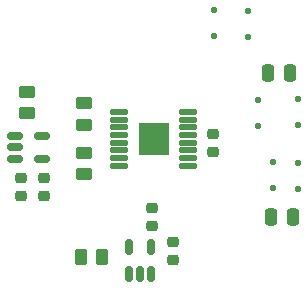
<source format=gbr>
%TF.GenerationSoftware,KiCad,Pcbnew,7.0.7*%
%TF.CreationDate,2024-10-25T00:06:54-07:00*%
%TF.ProjectId,PowerBoard_rev1.1,506f7765-7242-46f6-9172-645f72657631,rev?*%
%TF.SameCoordinates,Original*%
%TF.FileFunction,Paste,Top*%
%TF.FilePolarity,Positive*%
%FSLAX46Y46*%
G04 Gerber Fmt 4.6, Leading zero omitted, Abs format (unit mm)*
G04 Created by KiCad (PCBNEW 7.0.7) date 2024-10-25 00:06:54*
%MOMM*%
%LPD*%
G01*
G04 APERTURE LIST*
G04 Aperture macros list*
%AMRoundRect*
0 Rectangle with rounded corners*
0 $1 Rounding radius*
0 $2 $3 $4 $5 $6 $7 $8 $9 X,Y pos of 4 corners*
0 Add a 4 corners polygon primitive as box body*
4,1,4,$2,$3,$4,$5,$6,$7,$8,$9,$2,$3,0*
0 Add four circle primitives for the rounded corners*
1,1,$1+$1,$2,$3*
1,1,$1+$1,$4,$5*
1,1,$1+$1,$6,$7*
1,1,$1+$1,$8,$9*
0 Add four rect primitives between the rounded corners*
20,1,$1+$1,$2,$3,$4,$5,0*
20,1,$1+$1,$4,$5,$6,$7,0*
20,1,$1+$1,$6,$7,$8,$9,0*
20,1,$1+$1,$8,$9,$2,$3,0*%
G04 Aperture macros list end*
%ADD10C,0.010000*%
%ADD11RoundRect,0.150000X-0.512500X-0.150000X0.512500X-0.150000X0.512500X0.150000X-0.512500X0.150000X0*%
%ADD12RoundRect,0.225000X0.250000X-0.225000X0.250000X0.225000X-0.250000X0.225000X-0.250000X-0.225000X0*%
%ADD13RoundRect,0.225000X-0.250000X0.225000X-0.250000X-0.225000X0.250000X-0.225000X0.250000X0.225000X0*%
%ADD14RoundRect,0.250000X-0.450000X0.262500X-0.450000X-0.262500X0.450000X-0.262500X0.450000X0.262500X0*%
%ADD15RoundRect,0.250000X0.450000X-0.262500X0.450000X0.262500X-0.450000X0.262500X-0.450000X-0.262500X0*%
%ADD16RoundRect,0.125000X-0.125000X0.125000X-0.125000X-0.125000X0.125000X-0.125000X0.125000X0.125000X0*%
%ADD17RoundRect,0.045000X-0.705000X-0.180000X0.705000X-0.180000X0.705000X0.180000X-0.705000X0.180000X0*%
%ADD18RoundRect,0.125000X0.125000X-0.125000X0.125000X0.125000X-0.125000X0.125000X-0.125000X-0.125000X0*%
%ADD19RoundRect,0.150000X0.150000X-0.512500X0.150000X0.512500X-0.150000X0.512500X-0.150000X-0.512500X0*%
%ADD20RoundRect,0.250000X0.250000X0.475000X-0.250000X0.475000X-0.250000X-0.475000X0.250000X-0.475000X0*%
%ADD21RoundRect,0.250000X-0.250000X-0.475000X0.250000X-0.475000X0.250000X0.475000X-0.250000X0.475000X0*%
%ADD22RoundRect,0.250000X0.262500X0.450000X-0.262500X0.450000X-0.262500X-0.450000X0.262500X-0.450000X0*%
G04 APERTURE END LIST*
%TO.C,U1*%
D10*
X144327600Y-74598200D02*
X144329600Y-74598200D01*
X144332600Y-74599200D01*
X144334600Y-74599200D01*
X144337600Y-74600200D01*
X144339600Y-74601200D01*
X144342600Y-74602200D01*
X144344600Y-74604200D01*
X144346600Y-74605200D01*
X144348600Y-74607200D01*
X144350600Y-74608200D01*
X144352600Y-74610200D01*
X144354600Y-74612200D01*
X144356600Y-74614200D01*
X144358600Y-74616200D01*
X144359600Y-74618200D01*
X144361600Y-74620200D01*
X144362600Y-74622200D01*
X144364600Y-74624200D01*
X144365600Y-74627200D01*
X144366600Y-74629200D01*
X144367600Y-74632200D01*
X144367600Y-74634200D01*
X144368600Y-74637200D01*
X144368600Y-74639200D01*
X144369600Y-74642200D01*
X144369600Y-74644200D01*
X144369600Y-74647200D01*
X144369600Y-77187200D01*
X144369600Y-77190200D01*
X144369600Y-77192200D01*
X144368600Y-77195200D01*
X144368600Y-77197200D01*
X144367600Y-77200200D01*
X144367600Y-77202200D01*
X144366600Y-77205200D01*
X144365600Y-77207200D01*
X144364600Y-77210200D01*
X144362600Y-77212200D01*
X144361600Y-77214200D01*
X144359600Y-77216200D01*
X144358600Y-77218200D01*
X144356600Y-77220200D01*
X144354600Y-77222200D01*
X144352600Y-77224200D01*
X144350600Y-77226200D01*
X144348600Y-77227200D01*
X144346600Y-77229200D01*
X144344600Y-77230200D01*
X144342600Y-77232200D01*
X144339600Y-77233200D01*
X144337600Y-77234200D01*
X144334600Y-77235200D01*
X144332600Y-77235200D01*
X144329600Y-77236200D01*
X144327600Y-77236200D01*
X144324600Y-77237200D01*
X144322600Y-77237200D01*
X144319600Y-77237200D01*
X141919600Y-77237200D01*
X141916600Y-77237200D01*
X141914600Y-77237200D01*
X141911600Y-77236200D01*
X141909600Y-77236200D01*
X141906600Y-77235200D01*
X141904600Y-77235200D01*
X141901600Y-77234200D01*
X141899600Y-77233200D01*
X141896600Y-77232200D01*
X141894600Y-77230200D01*
X141892600Y-77229200D01*
X141890600Y-77227200D01*
X141888600Y-77226200D01*
X141886600Y-77224200D01*
X141884600Y-77222200D01*
X141882600Y-77220200D01*
X141880600Y-77218200D01*
X141879600Y-77216200D01*
X141877600Y-77214200D01*
X141876600Y-77212200D01*
X141874600Y-77210200D01*
X141873600Y-77207200D01*
X141872600Y-77205200D01*
X141871600Y-77202200D01*
X141871600Y-77200200D01*
X141870600Y-77197200D01*
X141870600Y-77195200D01*
X141869600Y-77192200D01*
X141869600Y-77190200D01*
X141869600Y-77187200D01*
X141869600Y-74647200D01*
X141869600Y-74644200D01*
X141869600Y-74642200D01*
X141870600Y-74639200D01*
X141870600Y-74637200D01*
X141871600Y-74634200D01*
X141871600Y-74632200D01*
X141872600Y-74629200D01*
X141873600Y-74627200D01*
X141874600Y-74624200D01*
X141876600Y-74622200D01*
X141877600Y-74620200D01*
X141879600Y-74618200D01*
X141880600Y-74616200D01*
X141882600Y-74614200D01*
X141884600Y-74612200D01*
X141886600Y-74610200D01*
X141888600Y-74608200D01*
X141890600Y-74607200D01*
X141892600Y-74605200D01*
X141894600Y-74604200D01*
X141896600Y-74602200D01*
X141899600Y-74601200D01*
X141901600Y-74600200D01*
X141904600Y-74599200D01*
X141906600Y-74599200D01*
X141909600Y-74598200D01*
X141911600Y-74598200D01*
X141914600Y-74597200D01*
X141916600Y-74597200D01*
X141919600Y-74597200D01*
X144319600Y-74597200D01*
X144322600Y-74597200D01*
X144324600Y-74597200D01*
X144327600Y-74598200D01*
G36*
X144327600Y-74598200D02*
G01*
X144329600Y-74598200D01*
X144332600Y-74599200D01*
X144334600Y-74599200D01*
X144337600Y-74600200D01*
X144339600Y-74601200D01*
X144342600Y-74602200D01*
X144344600Y-74604200D01*
X144346600Y-74605200D01*
X144348600Y-74607200D01*
X144350600Y-74608200D01*
X144352600Y-74610200D01*
X144354600Y-74612200D01*
X144356600Y-74614200D01*
X144358600Y-74616200D01*
X144359600Y-74618200D01*
X144361600Y-74620200D01*
X144362600Y-74622200D01*
X144364600Y-74624200D01*
X144365600Y-74627200D01*
X144366600Y-74629200D01*
X144367600Y-74632200D01*
X144367600Y-74634200D01*
X144368600Y-74637200D01*
X144368600Y-74639200D01*
X144369600Y-74642200D01*
X144369600Y-74644200D01*
X144369600Y-74647200D01*
X144369600Y-77187200D01*
X144369600Y-77190200D01*
X144369600Y-77192200D01*
X144368600Y-77195200D01*
X144368600Y-77197200D01*
X144367600Y-77200200D01*
X144367600Y-77202200D01*
X144366600Y-77205200D01*
X144365600Y-77207200D01*
X144364600Y-77210200D01*
X144362600Y-77212200D01*
X144361600Y-77214200D01*
X144359600Y-77216200D01*
X144358600Y-77218200D01*
X144356600Y-77220200D01*
X144354600Y-77222200D01*
X144352600Y-77224200D01*
X144350600Y-77226200D01*
X144348600Y-77227200D01*
X144346600Y-77229200D01*
X144344600Y-77230200D01*
X144342600Y-77232200D01*
X144339600Y-77233200D01*
X144337600Y-77234200D01*
X144334600Y-77235200D01*
X144332600Y-77235200D01*
X144329600Y-77236200D01*
X144327600Y-77236200D01*
X144324600Y-77237200D01*
X144322600Y-77237200D01*
X144319600Y-77237200D01*
X141919600Y-77237200D01*
X141916600Y-77237200D01*
X141914600Y-77237200D01*
X141911600Y-77236200D01*
X141909600Y-77236200D01*
X141906600Y-77235200D01*
X141904600Y-77235200D01*
X141901600Y-77234200D01*
X141899600Y-77233200D01*
X141896600Y-77232200D01*
X141894600Y-77230200D01*
X141892600Y-77229200D01*
X141890600Y-77227200D01*
X141888600Y-77226200D01*
X141886600Y-77224200D01*
X141884600Y-77222200D01*
X141882600Y-77220200D01*
X141880600Y-77218200D01*
X141879600Y-77216200D01*
X141877600Y-77214200D01*
X141876600Y-77212200D01*
X141874600Y-77210200D01*
X141873600Y-77207200D01*
X141872600Y-77205200D01*
X141871600Y-77202200D01*
X141871600Y-77200200D01*
X141870600Y-77197200D01*
X141870600Y-77195200D01*
X141869600Y-77192200D01*
X141869600Y-77190200D01*
X141869600Y-77187200D01*
X141869600Y-74647200D01*
X141869600Y-74644200D01*
X141869600Y-74642200D01*
X141870600Y-74639200D01*
X141870600Y-74637200D01*
X141871600Y-74634200D01*
X141871600Y-74632200D01*
X141872600Y-74629200D01*
X141873600Y-74627200D01*
X141874600Y-74624200D01*
X141876600Y-74622200D01*
X141877600Y-74620200D01*
X141879600Y-74618200D01*
X141880600Y-74616200D01*
X141882600Y-74614200D01*
X141884600Y-74612200D01*
X141886600Y-74610200D01*
X141888600Y-74608200D01*
X141890600Y-74607200D01*
X141892600Y-74605200D01*
X141894600Y-74604200D01*
X141896600Y-74602200D01*
X141899600Y-74601200D01*
X141901600Y-74600200D01*
X141904600Y-74599200D01*
X141906600Y-74599200D01*
X141909600Y-74598200D01*
X141911600Y-74598200D01*
X141914600Y-74597200D01*
X141916600Y-74597200D01*
X141919600Y-74597200D01*
X144319600Y-74597200D01*
X144322600Y-74597200D01*
X144324600Y-74597200D01*
X144327600Y-74598200D01*
G37*
%TD*%
D11*
%TO.C,U2*%
X131399700Y-75707200D03*
X131399700Y-76657200D03*
X131399700Y-77607200D03*
X133674700Y-77607200D03*
X133674700Y-75707200D03*
%TD*%
D12*
%TO.C,C8*%
X144729200Y-86220600D03*
X144729200Y-84670600D03*
%TD*%
D13*
%TO.C,C6*%
X131927600Y-79235000D03*
X131927600Y-80785000D03*
%TD*%
D14*
%TO.C,R4*%
X137210800Y-77116300D03*
X137210800Y-78941300D03*
%TD*%
D15*
%TO.C,R3*%
X137210800Y-74726800D03*
X137210800Y-72901800D03*
%TD*%
D16*
%TO.C,D6*%
X151130000Y-65074800D03*
X151130000Y-67274800D03*
%TD*%
D15*
%TO.C,R1*%
X132435600Y-73759700D03*
X132435600Y-71934700D03*
%TD*%
D12*
%TO.C,C7*%
X142951200Y-83325000D03*
X142951200Y-81775000D03*
%TD*%
D17*
%TO.C,U1*%
X140219600Y-73642200D03*
X140219600Y-74292200D03*
X140219600Y-74942200D03*
X140219600Y-75592200D03*
X140219600Y-76242200D03*
X140219600Y-76892200D03*
X140219600Y-77542200D03*
X140219600Y-78192200D03*
X146019600Y-78192200D03*
X146019600Y-77542200D03*
X146019600Y-76892200D03*
X146019600Y-76242200D03*
X146019600Y-75592200D03*
X146019600Y-74942200D03*
X146019600Y-74292200D03*
X146019600Y-73642200D03*
%TD*%
D18*
%TO.C,D14*%
X153212800Y-80094000D03*
X153212800Y-77894000D03*
%TD*%
D19*
%TO.C,U3*%
X141036000Y-87395900D03*
X141986000Y-87395900D03*
X142936000Y-87395900D03*
X142936000Y-85120900D03*
X141036000Y-85120900D03*
%TD*%
D16*
%TO.C,D5*%
X148234400Y-65024000D03*
X148234400Y-67224000D03*
%TD*%
D18*
%TO.C,D11*%
X151993600Y-74810800D03*
X151993600Y-72610800D03*
%TD*%
D20*
%TO.C,C12*%
X154686000Y-70358000D03*
X152786000Y-70358000D03*
%TD*%
D13*
%TO.C,C5*%
X133858000Y-79248000D03*
X133858000Y-80798000D03*
%TD*%
D21*
%TO.C,C11*%
X153040000Y-82550000D03*
X154940000Y-82550000D03*
%TD*%
D16*
%TO.C,D12*%
X155346400Y-77944800D03*
X155346400Y-80144800D03*
%TD*%
%TO.C,D13*%
X155346400Y-72560000D03*
X155346400Y-74760000D03*
%TD*%
D12*
%TO.C,C1*%
X148183600Y-77063600D03*
X148183600Y-75513600D03*
%TD*%
D22*
%TO.C,R2*%
X138783700Y-85902800D03*
X136958700Y-85902800D03*
%TD*%
M02*

</source>
